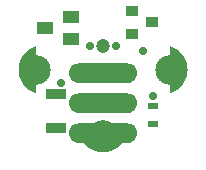
<source format=gts>
%FSLAX33Y33*%
%MOMM*%
%AMRect-W900000-H1700000-RO1.500*
21,1,0.9,1.7,0.,0.,90*%
%AMRect-W1000000-H1400000-RO1.500*
21,1,1.,1.4,0.,0.,90*%
%AMRect-W500000-H900000-RO1.500*
21,1,0.5,0.9,0.,0.,90*%
%AMRect-W802000-H972000-RO0.500*
21,1,0.802,0.972,0.,0.,270*%
%ADD10C,0.7*%
%ADD11Rect-W900000-H1700000-RO1.500*%
%ADD12Rect-W1000000-H1400000-RO1.500*%
%ADD13C,1.7*%
%ADD14Rect-W500000-H900000-RO1.500*%
%ADD15C,1.2*%
%ADD16C,2.5*%
%ADD17C,2.5*%
%ADD18Rect-W802000-H972000-RO0.500*%
%ADD19C,2.5*%
D10*
%LNtop solder mask_traces*%
G01*
X3400Y1875D03*
X4200Y-1900D03*
X-3600Y-0800D03*
%LNtop solder mask component 2dc1f1c5559646a7*%
D11*
X-4000Y-4650D03*
X-4000Y-1750D03*
%LNtop solder mask component 1f3facd00bbf78ff*%
D12*
X-2700Y2900D03*
X-2700Y4800D03*
X-4900Y3850D03*
%LNtop solder mask component d8b7f6488547696d*%
D13*
X2000Y0D03*
X-2000Y0D03*
X-2000Y-2540D03*
X2000Y-2540D03*
X2000Y-5080D03*
X-2000Y-5080D03*
G36*
X0Y0850D02*
X2000Y0850D01*
G75*
G02*
X2000Y-0850I0J-0850D01*
G01*
X-2000Y-0850D01*
G75*
G02*
X-2000Y0850I0J0850D01*
G01*
X0Y0850D01*
X0Y0850D01*
X0Y-1690D02*
X2000Y-1690D01*
G75*
G02*
X2000Y-3390I0J-0850D01*
G01*
X-2000Y-3390D01*
G75*
G02*
X-2000Y-1690I0J0850D01*
G01*
X0Y-1690D01*
X0Y-1690D01*
X0Y-4230D02*
X2000Y-4230D01*
G75*
G02*
X2000Y-5930I0J-0850D01*
G01*
X-2000Y-5930D01*
G75*
G02*
X-2000Y-4230I0J0850D01*
G01*
X0Y-4230D01*
X0Y-4230D01*
G37*
%LNtop solder mask component cabd44d7a86c3954*%
D14*
X4200Y-4290D03*
X4200Y-2790D03*
%LNtop solder mask component aa0fe385de277a35*%
D15*
X0Y2300D03*
D10*
X-1100Y2300D03*
X1100Y2300D03*
%LNtop solder mask component 2009b4c103e578dc*%
D16*
X-5700Y0300D03*
G36*
X-5700Y-1200D02*
X-5700Y0300D01*
X-5700Y-1200D01*
X-5700Y-1200D01*
X-5700Y-1700D02*
X-5700Y2300D01*
G75*
G03*
X-5700Y-1700I0640J-2000D01*
G01*
X-5700Y-1700D01*
G37*
%LNtop solder mask component 2e60b0570e84e4a9*%
D17*
X0Y-5240D03*
G36*
X1500Y-5240D02*
X0Y-5240D01*
X1500Y-5240D01*
X1500Y-5240D01*
X2000Y-5240D02*
X-2000Y-5240D01*
G75*
G03*
X2000Y-5240I2000J0640D01*
G01*
X2000Y-5240D01*
G37*
%LNtop solder mask component af7a60d08cf0a9d3*%
D18*
X2415Y5250D03*
X2415Y3350D03*
X4185Y4300D03*
%LNtop solder mask component f7d8ea11543c12f3*%
D19*
X5700Y0300D03*
G36*
X5700Y1800D02*
X5700Y0300D01*
X5700Y1800D01*
X5700Y1800D01*
X5700Y2300D02*
X5700Y-1700D01*
G75*
G03*
X5700Y2300I-0640J2000D01*
G01*
X5700Y2300D01*
G37*
M02*
</source>
